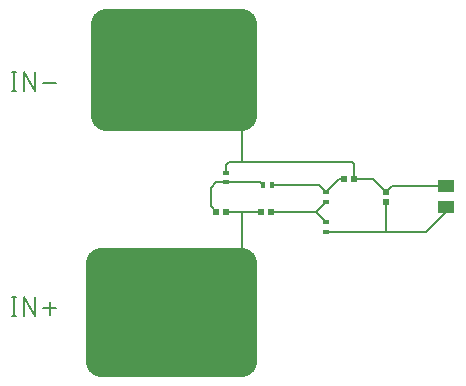
<source format=gtl>
G04 EAGLE Gerber X2 export*
%TF.Part,Single*%
%TF.FileFunction,Copper,L1,Top,Mixed*%
%TF.FilePolarity,Positive*%
%TF.GenerationSoftware,Autodesk,EAGLE,8.6.3*%
%TF.CreationDate,2019-05-08T23:32:03Z*%
G75*
%MOMM*%
%FSLAX34Y34*%
%LPD*%
%AMOC8*
5,1,8,0,0,1.08239X$1,22.5*%
G01*
%ADD10C,0.152400*%
%ADD11R,0.540000X0.600000*%
%ADD12R,1.450000X1.100000*%
%ADD13R,0.600000X0.400000*%
%ADD14R,0.400000X0.600000*%
%ADD15R,0.600000X0.540000*%
%ADD16C,2.540000*%


D10*
X66068Y17018D02*
X66068Y762D01*
X64262Y762D02*
X67874Y762D01*
X67874Y17018D02*
X64262Y17018D01*
X74579Y17018D02*
X74579Y762D01*
X83610Y762D02*
X74579Y17018D01*
X83610Y17018D02*
X83610Y762D01*
X90870Y7084D02*
X101707Y7084D01*
X96289Y1665D02*
X96289Y12502D01*
X66068Y191262D02*
X66068Y207518D01*
X64262Y191262D02*
X67874Y191262D01*
X67874Y207518D02*
X64262Y207518D01*
X74579Y207518D02*
X74579Y191262D01*
X83610Y191262D02*
X74579Y207518D01*
X83610Y207518D02*
X83610Y191262D01*
X90870Y197584D02*
X101707Y197584D01*
D11*
X275100Y88900D03*
X283700Y88900D03*
X237000Y88900D03*
X245600Y88900D03*
X353550Y116840D03*
X344950Y116840D03*
D12*
X431800Y110600D03*
X431800Y92600D03*
D13*
X245110Y122110D03*
X245110Y114110D03*
D14*
X276670Y111760D03*
X284670Y111760D03*
D13*
X330200Y105600D03*
X330200Y97600D03*
X330200Y80200D03*
X330200Y72200D03*
D15*
X381000Y105900D03*
X381000Y97300D03*
D10*
X245110Y114110D02*
X237300Y114110D01*
X232410Y109220D01*
X232410Y93490D01*
X237000Y88900D01*
X245110Y114110D02*
X274320Y114110D01*
X276670Y111760D01*
X259080Y88900D02*
X245600Y88900D01*
X259080Y88900D02*
X275100Y88900D01*
X259080Y88900D02*
X259080Y45720D01*
D16*
X139700Y45720D01*
X259080Y45720D02*
X259080Y-38100D01*
X139700Y25400D02*
X139700Y45720D01*
X139700Y25400D02*
X139700Y-38100D01*
X259080Y-38100D01*
X241300Y25400D02*
X139700Y25400D01*
X241300Y25400D02*
X241300Y0D01*
X241300Y-25400D01*
X241300Y0D02*
X152400Y0D01*
X152400Y-12700D01*
X228600Y-12700D01*
D10*
X283700Y88900D02*
X317500Y88900D01*
X321500Y88900D02*
X330200Y80200D01*
X321500Y88900D02*
X317500Y88900D01*
X321500Y88900D02*
X330200Y97600D01*
X341440Y116840D02*
X344950Y116840D01*
X341440Y116840D02*
X330200Y105600D01*
X324040Y111760D02*
X284670Y111760D01*
X324040Y111760D02*
X330200Y105600D01*
X330200Y72200D02*
X381000Y72200D01*
X415100Y72200D01*
X431800Y88900D02*
X431800Y92600D01*
X431800Y88900D02*
X415100Y72200D01*
X381000Y72200D02*
X381000Y97300D01*
X385700Y110600D02*
X431800Y110600D01*
X385700Y110600D02*
X381000Y105900D01*
X370060Y116840D02*
X353550Y116840D01*
X370060Y116840D02*
X381000Y105900D01*
X353550Y116840D02*
X353550Y129050D01*
X351790Y130810D01*
X259080Y130810D01*
X247650Y130810D01*
X245110Y128270D02*
X245110Y122110D01*
X245110Y128270D02*
X247650Y130810D01*
X259080Y130810D02*
X259080Y171450D01*
X259080Y177800D02*
X259080Y180340D01*
D16*
X259080Y194310D02*
X154940Y194310D01*
X259080Y177800D02*
X259080Y171450D01*
X259080Y177800D02*
X259080Y194310D01*
X259080Y171450D02*
X259080Y170180D01*
X143510Y170180D01*
X143510Y247650D01*
X259080Y247650D02*
X259080Y208280D01*
X259080Y194310D01*
X259080Y247650D02*
X143510Y247650D01*
X162560Y208280D02*
X259080Y208280D01*
X246380Y228600D02*
X162560Y228600D01*
X162560Y208280D01*
M02*

</source>
